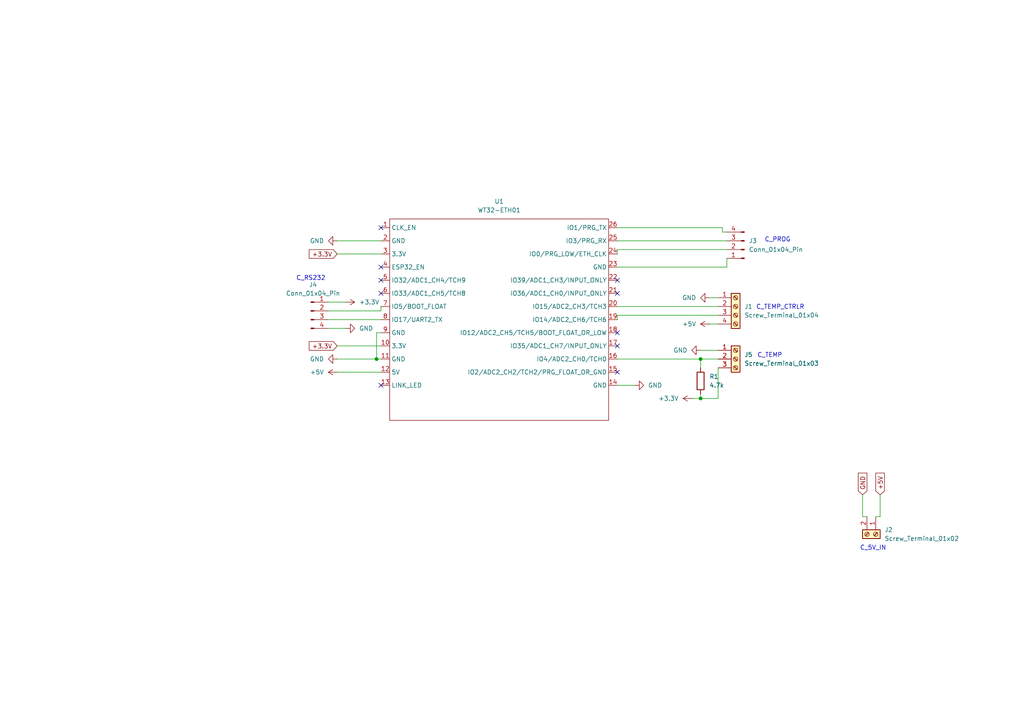
<source format=kicad_sch>
(kicad_sch
	(version 20231120)
	(generator "eeschema")
	(generator_version "8.0")
	(uuid "a8cb033d-8457-4cb2-ab8b-cae842f3f18d")
	(paper "A4")
	(title_block
		(title "SolarDataCollector")
		(date "2025-02-09")
		(rev "R1")
	)
	(lib_symbols
		(symbol "Connector:Conn_01x04_Pin"
			(pin_names
				(offset 1.016) hide)
			(exclude_from_sim no)
			(in_bom yes)
			(on_board yes)
			(property "Reference" "J"
				(at 0 5.08 0)
				(effects
					(font
						(size 1.27 1.27)
					)
				)
			)
			(property "Value" "Conn_01x04_Pin"
				(at 0 -7.62 0)
				(effects
					(font
						(size 1.27 1.27)
					)
				)
			)
			(property "Footprint" ""
				(at 0 0 0)
				(effects
					(font
						(size 1.27 1.27)
					)
					(hide yes)
				)
			)
			(property "Datasheet" "~"
				(at 0 0 0)
				(effects
					(font
						(size 1.27 1.27)
					)
					(hide yes)
				)
			)
			(property "Description" "Generic connector, single row, 01x04, script generated"
				(at 0 0 0)
				(effects
					(font
						(size 1.27 1.27)
					)
					(hide yes)
				)
			)
			(property "ki_locked" ""
				(at 0 0 0)
				(effects
					(font
						(size 1.27 1.27)
					)
				)
			)
			(property "ki_keywords" "connector"
				(at 0 0 0)
				(effects
					(font
						(size 1.27 1.27)
					)
					(hide yes)
				)
			)
			(property "ki_fp_filters" "Connector*:*_1x??_*"
				(at 0 0 0)
				(effects
					(font
						(size 1.27 1.27)
					)
					(hide yes)
				)
			)
			(symbol "Conn_01x04_Pin_1_1"
				(polyline
					(pts
						(xy 1.27 -5.08) (xy 0.8636 -5.08)
					)
					(stroke
						(width 0.1524)
						(type default)
					)
					(fill
						(type none)
					)
				)
				(polyline
					(pts
						(xy 1.27 -2.54) (xy 0.8636 -2.54)
					)
					(stroke
						(width 0.1524)
						(type default)
					)
					(fill
						(type none)
					)
				)
				(polyline
					(pts
						(xy 1.27 0) (xy 0.8636 0)
					)
					(stroke
						(width 0.1524)
						(type default)
					)
					(fill
						(type none)
					)
				)
				(polyline
					(pts
						(xy 1.27 2.54) (xy 0.8636 2.54)
					)
					(stroke
						(width 0.1524)
						(type default)
					)
					(fill
						(type none)
					)
				)
				(rectangle
					(start 0.8636 -4.953)
					(end 0 -5.207)
					(stroke
						(width 0.1524)
						(type default)
					)
					(fill
						(type outline)
					)
				)
				(rectangle
					(start 0.8636 -2.413)
					(end 0 -2.667)
					(stroke
						(width 0.1524)
						(type default)
					)
					(fill
						(type outline)
					)
				)
				(rectangle
					(start 0.8636 0.127)
					(end 0 -0.127)
					(stroke
						(width 0.1524)
						(type default)
					)
					(fill
						(type outline)
					)
				)
				(rectangle
					(start 0.8636 2.667)
					(end 0 2.413)
					(stroke
						(width 0.1524)
						(type default)
					)
					(fill
						(type outline)
					)
				)
				(pin passive line
					(at 5.08 2.54 180)
					(length 3.81)
					(name "Pin_1"
						(effects
							(font
								(size 1.27 1.27)
							)
						)
					)
					(number "1"
						(effects
							(font
								(size 1.27 1.27)
							)
						)
					)
				)
				(pin passive line
					(at 5.08 0 180)
					(length 3.81)
					(name "Pin_2"
						(effects
							(font
								(size 1.27 1.27)
							)
						)
					)
					(number "2"
						(effects
							(font
								(size 1.27 1.27)
							)
						)
					)
				)
				(pin passive line
					(at 5.08 -2.54 180)
					(length 3.81)
					(name "Pin_3"
						(effects
							(font
								(size 1.27 1.27)
							)
						)
					)
					(number "3"
						(effects
							(font
								(size 1.27 1.27)
							)
						)
					)
				)
				(pin passive line
					(at 5.08 -5.08 180)
					(length 3.81)
					(name "Pin_4"
						(effects
							(font
								(size 1.27 1.27)
							)
						)
					)
					(number "4"
						(effects
							(font
								(size 1.27 1.27)
							)
						)
					)
				)
			)
		)
		(symbol "Connector:Screw_Terminal_01x02"
			(pin_names
				(offset 1.016) hide)
			(exclude_from_sim no)
			(in_bom yes)
			(on_board yes)
			(property "Reference" "J"
				(at 0 2.54 0)
				(effects
					(font
						(size 1.27 1.27)
					)
				)
			)
			(property "Value" "Screw_Terminal_01x02"
				(at 0 -5.08 0)
				(effects
					(font
						(size 1.27 1.27)
					)
				)
			)
			(property "Footprint" ""
				(at 0 0 0)
				(effects
					(font
						(size 1.27 1.27)
					)
					(hide yes)
				)
			)
			(property "Datasheet" "~"
				(at 0 0 0)
				(effects
					(font
						(size 1.27 1.27)
					)
					(hide yes)
				)
			)
			(property "Description" "Generic screw terminal, single row, 01x02, script generated (kicad-library-utils/schlib/autogen/connector/)"
				(at 0 0 0)
				(effects
					(font
						(size 1.27 1.27)
					)
					(hide yes)
				)
			)
			(property "ki_keywords" "screw terminal"
				(at 0 0 0)
				(effects
					(font
						(size 1.27 1.27)
					)
					(hide yes)
				)
			)
			(property "ki_fp_filters" "TerminalBlock*:*"
				(at 0 0 0)
				(effects
					(font
						(size 1.27 1.27)
					)
					(hide yes)
				)
			)
			(symbol "Screw_Terminal_01x02_1_1"
				(rectangle
					(start -1.27 1.27)
					(end 1.27 -3.81)
					(stroke
						(width 0.254)
						(type default)
					)
					(fill
						(type background)
					)
				)
				(circle
					(center 0 -2.54)
					(radius 0.635)
					(stroke
						(width 0.1524)
						(type default)
					)
					(fill
						(type none)
					)
				)
				(polyline
					(pts
						(xy -0.5334 -2.2098) (xy 0.3302 -3.048)
					)
					(stroke
						(width 0.1524)
						(type default)
					)
					(fill
						(type none)
					)
				)
				(polyline
					(pts
						(xy -0.5334 0.3302) (xy 0.3302 -0.508)
					)
					(stroke
						(width 0.1524)
						(type default)
					)
					(fill
						(type none)
					)
				)
				(polyline
					(pts
						(xy -0.3556 -2.032) (xy 0.508 -2.8702)
					)
					(stroke
						(width 0.1524)
						(type default)
					)
					(fill
						(type none)
					)
				)
				(polyline
					(pts
						(xy -0.3556 0.508) (xy 0.508 -0.3302)
					)
					(stroke
						(width 0.1524)
						(type default)
					)
					(fill
						(type none)
					)
				)
				(circle
					(center 0 0)
					(radius 0.635)
					(stroke
						(width 0.1524)
						(type default)
					)
					(fill
						(type none)
					)
				)
				(pin passive line
					(at -5.08 0 0)
					(length 3.81)
					(name "Pin_1"
						(effects
							(font
								(size 1.27 1.27)
							)
						)
					)
					(number "1"
						(effects
							(font
								(size 1.27 1.27)
							)
						)
					)
				)
				(pin passive line
					(at -5.08 -2.54 0)
					(length 3.81)
					(name "Pin_2"
						(effects
							(font
								(size 1.27 1.27)
							)
						)
					)
					(number "2"
						(effects
							(font
								(size 1.27 1.27)
							)
						)
					)
				)
			)
		)
		(symbol "Connector:Screw_Terminal_01x03"
			(pin_names
				(offset 1.016) hide)
			(exclude_from_sim no)
			(in_bom yes)
			(on_board yes)
			(property "Reference" "J"
				(at 0 5.08 0)
				(effects
					(font
						(size 1.27 1.27)
					)
				)
			)
			(property "Value" "Screw_Terminal_01x03"
				(at 0 -5.08 0)
				(effects
					(font
						(size 1.27 1.27)
					)
				)
			)
			(property "Footprint" ""
				(at 0 0 0)
				(effects
					(font
						(size 1.27 1.27)
					)
					(hide yes)
				)
			)
			(property "Datasheet" "~"
				(at 0 0 0)
				(effects
					(font
						(size 1.27 1.27)
					)
					(hide yes)
				)
			)
			(property "Description" "Generic screw terminal, single row, 01x03, script generated (kicad-library-utils/schlib/autogen/connector/)"
				(at 0 0 0)
				(effects
					(font
						(size 1.27 1.27)
					)
					(hide yes)
				)
			)
			(property "ki_keywords" "screw terminal"
				(at 0 0 0)
				(effects
					(font
						(size 1.27 1.27)
					)
					(hide yes)
				)
			)
			(property "ki_fp_filters" "TerminalBlock*:*"
				(at 0 0 0)
				(effects
					(font
						(size 1.27 1.27)
					)
					(hide yes)
				)
			)
			(symbol "Screw_Terminal_01x03_1_1"
				(rectangle
					(start -1.27 3.81)
					(end 1.27 -3.81)
					(stroke
						(width 0.254)
						(type default)
					)
					(fill
						(type background)
					)
				)
				(circle
					(center 0 -2.54)
					(radius 0.635)
					(stroke
						(width 0.1524)
						(type default)
					)
					(fill
						(type none)
					)
				)
				(polyline
					(pts
						(xy -0.5334 -2.2098) (xy 0.3302 -3.048)
					)
					(stroke
						(width 0.1524)
						(type default)
					)
					(fill
						(type none)
					)
				)
				(polyline
					(pts
						(xy -0.5334 0.3302) (xy 0.3302 -0.508)
					)
					(stroke
						(width 0.1524)
						(type default)
					)
					(fill
						(type none)
					)
				)
				(polyline
					(pts
						(xy -0.5334 2.8702) (xy 0.3302 2.032)
					)
					(stroke
						(width 0.1524)
						(type default)
					)
					(fill
						(type none)
					)
				)
				(polyline
					(pts
						(xy -0.3556 -2.032) (xy 0.508 -2.8702)
					)
					(stroke
						(width 0.1524)
						(type default)
					)
					(fill
						(type none)
					)
				)
				(polyline
					(pts
						(xy -0.3556 0.508) (xy 0.508 -0.3302)
					)
					(stroke
						(width 0.1524)
						(type default)
					)
					(fill
						(type none)
					)
				)
				(polyline
					(pts
						(xy -0.3556 3.048) (xy 0.508 2.2098)
					)
					(stroke
						(width 0.1524)
						(type default)
					)
					(fill
						(type none)
					)
				)
				(circle
					(center 0 0)
					(radius 0.635)
					(stroke
						(width 0.1524)
						(type default)
					)
					(fill
						(type none)
					)
				)
				(circle
					(center 0 2.54)
					(radius 0.635)
					(stroke
						(width 0.1524)
						(type default)
					)
					(fill
						(type none)
					)
				)
				(pin passive line
					(at -5.08 2.54 0)
					(length 3.81)
					(name "Pin_1"
						(effects
							(font
								(size 1.27 1.27)
							)
						)
					)
					(number "1"
						(effects
							(font
								(size 1.27 1.27)
							)
						)
					)
				)
				(pin passive line
					(at -5.08 0 0)
					(length 3.81)
					(name "Pin_2"
						(effects
							(font
								(size 1.27 1.27)
							)
						)
					)
					(number "2"
						(effects
							(font
								(size 1.27 1.27)
							)
						)
					)
				)
				(pin passive line
					(at -5.08 -2.54 0)
					(length 3.81)
					(name "Pin_3"
						(effects
							(font
								(size 1.27 1.27)
							)
						)
					)
					(number "3"
						(effects
							(font
								(size 1.27 1.27)
							)
						)
					)
				)
			)
		)
		(symbol "Connector:Screw_Terminal_01x04"
			(pin_names
				(offset 1.016) hide)
			(exclude_from_sim no)
			(in_bom yes)
			(on_board yes)
			(property "Reference" "J"
				(at 0 5.08 0)
				(effects
					(font
						(size 1.27 1.27)
					)
				)
			)
			(property "Value" "Screw_Terminal_01x04"
				(at 0 -7.62 0)
				(effects
					(font
						(size 1.27 1.27)
					)
				)
			)
			(property "Footprint" ""
				(at 0 0 0)
				(effects
					(font
						(size 1.27 1.27)
					)
					(hide yes)
				)
			)
			(property "Datasheet" "~"
				(at 0 0 0)
				(effects
					(font
						(size 1.27 1.27)
					)
					(hide yes)
				)
			)
			(property "Description" "Generic screw terminal, single row, 01x04, script generated (kicad-library-utils/schlib/autogen/connector/)"
				(at 0 0 0)
				(effects
					(font
						(size 1.27 1.27)
					)
					(hide yes)
				)
			)
			(property "ki_keywords" "screw terminal"
				(at 0 0 0)
				(effects
					(font
						(size 1.27 1.27)
					)
					(hide yes)
				)
			)
			(property "ki_fp_filters" "TerminalBlock*:*"
				(at 0 0 0)
				(effects
					(font
						(size 1.27 1.27)
					)
					(hide yes)
				)
			)
			(symbol "Screw_Terminal_01x04_1_1"
				(rectangle
					(start -1.27 3.81)
					(end 1.27 -6.35)
					(stroke
						(width 0.254)
						(type default)
					)
					(fill
						(type background)
					)
				)
				(circle
					(center 0 -5.08)
					(radius 0.635)
					(stroke
						(width 0.1524)
						(type default)
					)
					(fill
						(type none)
					)
				)
				(circle
					(center 0 -2.54)
					(radius 0.635)
					(stroke
						(width 0.1524)
						(type default)
					)
					(fill
						(type none)
					)
				)
				(polyline
					(pts
						(xy -0.5334 -4.7498) (xy 0.3302 -5.588)
					)
					(stroke
						(width 0.1524)
						(type default)
					)
					(fill
						(type none)
					)
				)
				(polyline
					(pts
						(xy -0.5334 -2.2098) (xy 0.3302 -3.048)
					)
					(stroke
						(width 0.1524)
						(type default)
					)
					(fill
						(type none)
					)
				)
				(polyline
					(pts
						(xy -0.5334 0.3302) (xy 0.3302 -0.508)
					)
					(stroke
						(width 0.1524)
						(type default)
					)
					(fill
						(type none)
					)
				)
				(polyline
					(pts
						(xy -0.5334 2.8702) (xy 0.3302 2.032)
					)
					(stroke
						(width 0.1524)
						(type default)
					)
					(fill
						(type none)
					)
				)
				(polyline
					(pts
						(xy -0.3556 -4.572) (xy 0.508 -5.4102)
					)
					(stroke
						(width 0.1524)
						(type default)
					)
					(fill
						(type none)
					)
				)
				(polyline
					(pts
						(xy -0.3556 -2.032) (xy 0.508 -2.8702)
					)
					(stroke
						(width 0.1524)
						(type default)
					)
					(fill
						(type none)
					)
				)
				(polyline
					(pts
						(xy -0.3556 0.508) (xy 0.508 -0.3302)
					)
					(stroke
						(width 0.1524)
						(type default)
					)
					(fill
						(type none)
					)
				)
				(polyline
					(pts
						(xy -0.3556 3.048) (xy 0.508 2.2098)
					)
					(stroke
						(width 0.1524)
						(type default)
					)
					(fill
						(type none)
					)
				)
				(circle
					(center 0 0)
					(radius 0.635)
					(stroke
						(width 0.1524)
						(type default)
					)
					(fill
						(type none)
					)
				)
				(circle
					(center 0 2.54)
					(radius 0.635)
					(stroke
						(width 0.1524)
						(type default)
					)
					(fill
						(type none)
					)
				)
				(pin passive line
					(at -5.08 2.54 0)
					(length 3.81)
					(name "Pin_1"
						(effects
							(font
								(size 1.27 1.27)
							)
						)
					)
					(number "1"
						(effects
							(font
								(size 1.27 1.27)
							)
						)
					)
				)
				(pin passive line
					(at -5.08 0 0)
					(length 3.81)
					(name "Pin_2"
						(effects
							(font
								(size 1.27 1.27)
							)
						)
					)
					(number "2"
						(effects
							(font
								(size 1.27 1.27)
							)
						)
					)
				)
				(pin passive line
					(at -5.08 -2.54 0)
					(length 3.81)
					(name "Pin_3"
						(effects
							(font
								(size 1.27 1.27)
							)
						)
					)
					(number "3"
						(effects
							(font
								(size 1.27 1.27)
							)
						)
					)
				)
				(pin passive line
					(at -5.08 -5.08 0)
					(length 3.81)
					(name "Pin_4"
						(effects
							(font
								(size 1.27 1.27)
							)
						)
					)
					(number "4"
						(effects
							(font
								(size 1.27 1.27)
							)
						)
					)
				)
			)
		)
		(symbol "Device:R"
			(pin_numbers hide)
			(pin_names
				(offset 0)
			)
			(exclude_from_sim no)
			(in_bom yes)
			(on_board yes)
			(property "Reference" "R"
				(at 2.032 0 90)
				(effects
					(font
						(size 1.27 1.27)
					)
				)
			)
			(property "Value" "R"
				(at 0 0 90)
				(effects
					(font
						(size 1.27 1.27)
					)
				)
			)
			(property "Footprint" ""
				(at -1.778 0 90)
				(effects
					(font
						(size 1.27 1.27)
					)
					(hide yes)
				)
			)
			(property "Datasheet" "~"
				(at 0 0 0)
				(effects
					(font
						(size 1.27 1.27)
					)
					(hide yes)
				)
			)
			(property "Description" "Resistor"
				(at 0 0 0)
				(effects
					(font
						(size 1.27 1.27)
					)
					(hide yes)
				)
			)
			(property "ki_keywords" "R res resistor"
				(at 0 0 0)
				(effects
					(font
						(size 1.27 1.27)
					)
					(hide yes)
				)
			)
			(property "ki_fp_filters" "R_*"
				(at 0 0 0)
				(effects
					(font
						(size 1.27 1.27)
					)
					(hide yes)
				)
			)
			(symbol "R_0_1"
				(rectangle
					(start -1.016 -2.54)
					(end 1.016 2.54)
					(stroke
						(width 0.254)
						(type default)
					)
					(fill
						(type none)
					)
				)
			)
			(symbol "R_1_1"
				(pin passive line
					(at 0 3.81 270)
					(length 1.27)
					(name "~"
						(effects
							(font
								(size 1.27 1.27)
							)
						)
					)
					(number "1"
						(effects
							(font
								(size 1.27 1.27)
							)
						)
					)
				)
				(pin passive line
					(at 0 -3.81 90)
					(length 1.27)
					(name "~"
						(effects
							(font
								(size 1.27 1.27)
							)
						)
					)
					(number "2"
						(effects
							(font
								(size 1.27 1.27)
							)
						)
					)
				)
			)
		)
		(symbol "MCU_WT32-ETH01:WT32-ETH01"
			(exclude_from_sim no)
			(in_bom yes)
			(on_board yes)
			(property "Reference" "U"
				(at 0 -22.86 0)
				(effects
					(font
						(size 1.27 1.27)
					)
				)
			)
			(property "Value" "WT32-ETH01"
				(at 0 -25.4 0)
				(effects
					(font
						(size 1.27 1.27)
					)
				)
			)
			(property "Footprint" "WT32-ETH01:WT32-ETH01"
				(at 0 0 0)
				(effects
					(font
						(size 1.27 1.27)
					)
					(hide yes)
				)
			)
			(property "Datasheet" ""
				(at 0 0 0)
				(effects
					(font
						(size 1.27 1.27)
					)
					(hide yes)
				)
			)
			(property "Description" "An ESP32 Dev board with onboard ethernet. Produced by wireless-tag."
				(at 0 0 0)
				(effects
					(font
						(size 1.27 1.27)
					)
					(hide yes)
				)
			)
			(property "ki_keywords" "esp, esp32"
				(at 0 0 0)
				(effects
					(font
						(size 1.27 1.27)
					)
					(hide yes)
				)
			)
			(symbol "WT32-ETH01_0_1"
				(rectangle
					(start -31.75 29.21)
					(end 31.75 -29.21)
					(stroke
						(width 0)
						(type default)
					)
					(fill
						(type none)
					)
				)
			)
			(symbol "WT32-ETH01_1_1"
				(pin bidirectional line
					(at -34.29 26.67 0)
					(length 2.54)
					(name "CLK_EN"
						(effects
							(font
								(size 1.27 1.27)
							)
						)
					)
					(number "1"
						(effects
							(font
								(size 1.27 1.27)
							)
						)
					)
				)
				(pin power_out line
					(at -34.29 -7.62 0)
					(length 2.54)
					(name "3.3V"
						(effects
							(font
								(size 1.27 1.27)
							)
						)
					)
					(number "10"
						(effects
							(font
								(size 1.27 1.27)
							)
						)
					)
				)
				(pin power_in line
					(at -34.29 -11.43 0)
					(length 2.54)
					(name "GND"
						(effects
							(font
								(size 1.27 1.27)
							)
						)
					)
					(number "11"
						(effects
							(font
								(size 1.27 1.27)
							)
						)
					)
				)
				(pin power_in line
					(at -34.29 -15.24 0)
					(length 2.54)
					(name "5V"
						(effects
							(font
								(size 1.27 1.27)
							)
						)
					)
					(number "12"
						(effects
							(font
								(size 1.27 1.27)
							)
						)
					)
				)
				(pin output line
					(at -34.29 -19.05 0)
					(length 2.54)
					(name "LINK_LED"
						(effects
							(font
								(size 1.27 1.27)
							)
						)
					)
					(number "13"
						(effects
							(font
								(size 1.27 1.27)
							)
						)
					)
				)
				(pin power_in line
					(at 34.29 -19.05 180)
					(length 2.54)
					(name "GND"
						(effects
							(font
								(size 1.27 1.27)
							)
						)
					)
					(number "14"
						(effects
							(font
								(size 1.27 1.27)
							)
						)
					)
				)
				(pin bidirectional line
					(at 34.29 -15.24 180)
					(length 2.54)
					(name "IO2/ADC2_CH2/TCH2/PRG_FLOAT_OR_GND"
						(effects
							(font
								(size 1.27 1.27)
							)
						)
					)
					(number "15"
						(effects
							(font
								(size 1.27 1.27)
							)
						)
					)
				)
				(pin bidirectional line
					(at 34.29 -11.43 180)
					(length 2.54)
					(name "IO4/ADC2_CH0/TCH0"
						(effects
							(font
								(size 1.27 1.27)
							)
						)
					)
					(number "16"
						(effects
							(font
								(size 1.27 1.27)
							)
						)
					)
				)
				(pin input line
					(at 34.29 -7.62 180)
					(length 2.54)
					(name "IO35/ADC1_CH7/INPUT_ONLY"
						(effects
							(font
								(size 1.27 1.27)
							)
						)
					)
					(number "17"
						(effects
							(font
								(size 1.27 1.27)
							)
						)
					)
				)
				(pin bidirectional line
					(at 34.29 -3.81 180)
					(length 2.54)
					(name "IO12/ADC2_CH5/TCH5/BOOT_FLOAT_OR_LOW"
						(effects
							(font
								(size 1.27 1.27)
							)
						)
					)
					(number "18"
						(effects
							(font
								(size 1.27 1.27)
							)
						)
					)
				)
				(pin bidirectional line
					(at 34.29 0 180)
					(length 2.54)
					(name "IO14/ADC2_CH6/TCH6"
						(effects
							(font
								(size 1.27 1.27)
							)
						)
					)
					(number "19"
						(effects
							(font
								(size 1.27 1.27)
							)
						)
					)
				)
				(pin power_in line
					(at -34.29 22.86 0)
					(length 2.54)
					(name "GND"
						(effects
							(font
								(size 1.27 1.27)
							)
						)
					)
					(number "2"
						(effects
							(font
								(size 1.27 1.27)
							)
						)
					)
				)
				(pin bidirectional line
					(at 34.29 3.81 180)
					(length 2.54)
					(name "IO15/ADC2_CH3/TCH3"
						(effects
							(font
								(size 1.27 1.27)
							)
						)
					)
					(number "20"
						(effects
							(font
								(size 1.27 1.27)
							)
						)
					)
				)
				(pin input line
					(at 34.29 7.62 180)
					(length 2.54)
					(name "IO36/ADC1_CH0/INPUT_ONLY"
						(effects
							(font
								(size 1.27 1.27)
							)
						)
					)
					(number "21"
						(effects
							(font
								(size 1.27 1.27)
							)
						)
					)
				)
				(pin input line
					(at 34.29 11.43 180)
					(length 2.54)
					(name "IO39/ADC1_CH3/INPUT_ONLY"
						(effects
							(font
								(size 1.27 1.27)
							)
						)
					)
					(number "22"
						(effects
							(font
								(size 1.27 1.27)
							)
						)
					)
				)
				(pin power_in line
					(at 34.29 15.24 180)
					(length 2.54)
					(name "GND"
						(effects
							(font
								(size 1.27 1.27)
							)
						)
					)
					(number "23"
						(effects
							(font
								(size 1.27 1.27)
							)
						)
					)
				)
				(pin bidirectional line
					(at 34.29 19.05 180)
					(length 2.54)
					(name "IO0/PRG_LOW/ETH_CLK"
						(effects
							(font
								(size 1.27 1.27)
							)
						)
					)
					(number "24"
						(effects
							(font
								(size 1.27 1.27)
							)
						)
					)
				)
				(pin bidirectional line
					(at 34.29 22.86 180)
					(length 2.54)
					(name "IO3/PRG_RX"
						(effects
							(font
								(size 1.27 1.27)
							)
						)
					)
					(number "25"
						(effects
							(font
								(size 1.27 1.27)
							)
						)
					)
				)
				(pin bidirectional line
					(at 34.29 26.67 180)
					(length 2.54)
					(name "IO1/PRG_TX"
						(effects
							(font
								(size 1.27 1.27)
							)
						)
					)
					(number "26"
						(effects
							(font
								(size 1.27 1.27)
							)
						)
					)
				)
				(pin power_out line
					(at -34.29 19.05 0)
					(length 2.54)
					(name "3.3V"
						(effects
							(font
								(size 1.27 1.27)
							)
						)
					)
					(number "3"
						(effects
							(font
								(size 1.27 1.27)
							)
						)
					)
				)
				(pin bidirectional line
					(at -34.29 15.24 0)
					(length 2.54)
					(name "ESP32_EN"
						(effects
							(font
								(size 1.27 1.27)
							)
						)
					)
					(number "4"
						(effects
							(font
								(size 1.27 1.27)
							)
						)
					)
				)
				(pin bidirectional line
					(at -34.29 11.43 0)
					(length 2.54)
					(name "IO32/ADC1_CH4/TCH9"
						(effects
							(font
								(size 1.27 1.27)
							)
						)
					)
					(number "5"
						(effects
							(font
								(size 1.27 1.27)
							)
						)
					)
				)
				(pin bidirectional line
					(at -34.29 7.62 0)
					(length 2.54)
					(name "IO33/ADC1_CH5/TCH8"
						(effects
							(font
								(size 1.27 1.27)
							)
						)
					)
					(number "6"
						(effects
							(font
								(size 1.27 1.27)
							)
						)
					)
				)
				(pin bidirectional line
					(at -34.29 3.81 0)
					(length 2.54)
					(name "IO5/BOOT_FLOAT"
						(effects
							(font
								(size 1.27 1.27)
							)
						)
					)
					(number "7"
						(effects
							(font
								(size 1.27 1.27)
							)
						)
					)
				)
				(pin bidirectional line
					(at -34.29 0 0)
					(length 2.54)
					(name "IO17/UART2_TX"
						(effects
							(font
								(size 1.27 1.27)
							)
						)
					)
					(number "8"
						(effects
							(font
								(size 1.27 1.27)
							)
						)
					)
				)
				(pin power_in line
					(at -34.29 -3.81 0)
					(length 2.54)
					(name "GND"
						(effects
							(font
								(size 1.27 1.27)
							)
						)
					)
					(number "9"
						(effects
							(font
								(size 1.27 1.27)
							)
						)
					)
				)
			)
		)
		(symbol "power:+3.3V"
			(power)
			(pin_numbers hide)
			(pin_names
				(offset 0) hide)
			(exclude_from_sim no)
			(in_bom yes)
			(on_board yes)
			(property "Reference" "#PWR"
				(at 0 -3.81 0)
				(effects
					(font
						(size 1.27 1.27)
					)
					(hide yes)
				)
			)
			(property "Value" "+3.3V"
				(at 0 3.556 0)
				(effects
					(font
						(size 1.27 1.27)
					)
				)
			)
			(property "Footprint" ""
				(at 0 0 0)
				(effects
					(font
						(size 1.27 1.27)
					)
					(hide yes)
				)
			)
			(property "Datasheet" ""
				(at 0 0 0)
				(effects
					(font
						(size 1.27 1.27)
					)
					(hide yes)
				)
			)
			(property "Description" "Power symbol creates a global label with name \"+3.3V\""
				(at 0 0 0)
				(effects
					(font
						(size 1.27 1.27)
					)
					(hide yes)
				)
			)
			(property "ki_keywords" "global power"
				(at 0 0 0)
				(effects
					(font
						(size 1.27 1.27)
					)
					(hide yes)
				)
			)
			(symbol "+3.3V_0_1"
				(polyline
					(pts
						(xy -0.762 1.27) (xy 0 2.54)
					)
					(stroke
						(width 0)
						(type default)
					)
					(fill
						(type none)
					)
				)
				(polyline
					(pts
						(xy 0 0) (xy 0 2.54)
					)
					(stroke
						(width 0)
						(type default)
					)
					(fill
						(type none)
					)
				)
				(polyline
					(pts
						(xy 0 2.54) (xy 0.762 1.27)
					)
					(stroke
						(width 0)
						(type default)
					)
					(fill
						(type none)
					)
				)
			)
			(symbol "+3.3V_1_1"
				(pin power_in line
					(at 0 0 90)
					(length 0)
					(name "~"
						(effects
							(font
								(size 1.27 1.27)
							)
						)
					)
					(number "1"
						(effects
							(font
								(size 1.27 1.27)
							)
						)
					)
				)
			)
		)
		(symbol "power:+5V"
			(power)
			(pin_numbers hide)
			(pin_names
				(offset 0) hide)
			(exclude_from_sim no)
			(in_bom yes)
			(on_board yes)
			(property "Reference" "#PWR"
				(at 0 -3.81 0)
				(effects
					(font
						(size 1.27 1.27)
					)
					(hide yes)
				)
			)
			(property "Value" "+5V"
				(at 0 3.556 0)
				(effects
					(font
						(size 1.27 1.27)
					)
				)
			)
			(property "Footprint" ""
				(at 0 0 0)
				(effects
					(font
						(size 1.27 1.27)
					)
					(hide yes)
				)
			)
			(property "Datasheet" ""
				(at 0 0 0)
				(effects
					(font
						(size 1.27 1.27)
					)
					(hide yes)
				)
			)
			(property "Description" "Power symbol creates a global label with name \"+5V\""
				(at 0 0 0)
				(effects
					(font
						(size 1.27 1.27)
					)
					(hide yes)
				)
			)
			(property "ki_keywords" "global power"
				(at 0 0 0)
				(effects
					(font
						(size 1.27 1.27)
					)
					(hide yes)
				)
			)
			(symbol "+5V_0_1"
				(polyline
					(pts
						(xy -0.762 1.27) (xy 0 2.54)
					)
					(stroke
						(width 0)
						(type default)
					)
					(fill
						(type none)
					)
				)
				(polyline
					(pts
						(xy 0 0) (xy 0 2.54)
					)
					(stroke
						(width 0)
						(type default)
					)
					(fill
						(type none)
					)
				)
				(polyline
					(pts
						(xy 0 2.54) (xy 0.762 1.27)
					)
					(stroke
						(width 0)
						(type default)
					)
					(fill
						(type none)
					)
				)
			)
			(symbol "+5V_1_1"
				(pin power_in line
					(at 0 0 90)
					(length 0)
					(name "~"
						(effects
							(font
								(size 1.27 1.27)
							)
						)
					)
					(number "1"
						(effects
							(font
								(size 1.27 1.27)
							)
						)
					)
				)
			)
		)
		(symbol "power:GND"
			(power)
			(pin_numbers hide)
			(pin_names
				(offset 0) hide)
			(exclude_from_sim no)
			(in_bom yes)
			(on_board yes)
			(property "Reference" "#PWR"
				(at 0 -6.35 0)
				(effects
					(font
						(size 1.27 1.27)
					)
					(hide yes)
				)
			)
			(property "Value" "GND"
				(at 0 -3.81 0)
				(effects
					(font
						(size 1.27 1.27)
					)
				)
			)
			(property "Footprint" ""
				(at 0 0 0)
				(effects
					(font
						(size 1.27 1.27)
					)
					(hide yes)
				)
			)
			(property "Datasheet" ""
				(at 0 0 0)
				(effects
					(font
						(size 1.27 1.27)
					)
					(hide yes)
				)
			)
			(property "Description" "Power symbol creates a global label with name \"GND\" , ground"
				(at 0 0 0)
				(effects
					(font
						(size 1.27 1.27)
					)
					(hide yes)
				)
			)
			(property "ki_keywords" "global power"
				(at 0 0 0)
				(effects
					(font
						(size 1.27 1.27)
					)
					(hide yes)
				)
			)
			(symbol "GND_0_1"
				(polyline
					(pts
						(xy 0 0) (xy 0 -1.27) (xy 1.27 -1.27) (xy 0 -2.54) (xy -1.27 -1.27) (xy 0 -1.27)
					)
					(stroke
						(width 0)
						(type default)
					)
					(fill
						(type none)
					)
				)
			)
			(symbol "GND_1_1"
				(pin power_in line
					(at 0 0 270)
					(length 0)
					(name "~"
						(effects
							(font
								(size 1.27 1.27)
							)
						)
					)
					(number "1"
						(effects
							(font
								(size 1.27 1.27)
							)
						)
					)
				)
			)
		)
	)
	(junction
		(at 203.2 115.57)
		(diameter 0)
		(color 0 0 0 0)
		(uuid "2e04382e-0576-4874-a80a-3141072fadc9")
	)
	(junction
		(at 109.22 104.14)
		(diameter 0)
		(color 0 0 0 0)
		(uuid "a8366540-b3c5-4184-add0-d06491a49a05")
	)
	(junction
		(at 203.2 104.14)
		(diameter 0)
		(color 0 0 0 0)
		(uuid "b03c5dd4-ed7e-4d82-b5e7-50211663e074")
	)
	(no_connect
		(at 110.49 66.04)
		(uuid "07988e89-d90f-4bda-a0f4-92b1d6fd64cd")
	)
	(no_connect
		(at 110.49 81.28)
		(uuid "2890fe80-0e41-4dff-ab27-582fc430e953")
	)
	(no_connect
		(at 179.07 100.33)
		(uuid "3fc13b63-3eda-420f-95fb-af73fdf2a46c")
	)
	(no_connect
		(at 179.07 81.28)
		(uuid "6b169aa8-cd9c-4023-b4e8-84e91007ae3f")
	)
	(no_connect
		(at 110.49 85.09)
		(uuid "72f02625-741b-4b7e-b42f-3c36f474ba3f")
	)
	(no_connect
		(at 110.49 77.47)
		(uuid "7f168fb0-6708-4879-817f-9615eab6ab35")
	)
	(no_connect
		(at 179.07 85.09)
		(uuid "965379d7-8a62-45bf-9426-073cbcb670f2")
	)
	(no_connect
		(at 110.49 111.76)
		(uuid "e0d0b683-fc5a-4c5f-9d6e-778f1b186804")
	)
	(no_connect
		(at 179.07 107.95)
		(uuid "e3c43a16-3e88-407e-9458-884a5a4fad52")
	)
	(no_connect
		(at 179.07 96.52)
		(uuid "f0d7426d-d6c4-49cb-b6d9-3a39ae6c2c24")
	)
	(wire
		(pts
			(xy 110.49 90.17) (xy 95.25 90.17)
		)
		(stroke
			(width 0)
			(type default)
		)
		(uuid "0338e044-8ce1-41f8-9e7a-55bc066dd941")
	)
	(wire
		(pts
			(xy 179.07 104.14) (xy 203.2 104.14)
		)
		(stroke
			(width 0)
			(type default)
		)
		(uuid "07fe0c99-4c7b-41c6-969b-4b7b7f003185")
	)
	(wire
		(pts
			(xy 109.22 104.14) (xy 110.49 104.14)
		)
		(stroke
			(width 0)
			(type default)
		)
		(uuid "0a892b40-237a-40d4-83a2-3346d1932eda")
	)
	(wire
		(pts
			(xy 179.07 92.71) (xy 179.07 91.44)
		)
		(stroke
			(width 0)
			(type default)
		)
		(uuid "156248de-c554-4718-8d39-1e481a844aee")
	)
	(wire
		(pts
			(xy 179.07 72.39) (xy 179.07 73.66)
		)
		(stroke
			(width 0)
			(type default)
		)
		(uuid "16ac6726-c1dc-4c1a-88a2-5f691086ce44")
	)
	(wire
		(pts
			(xy 203.2 104.14) (xy 208.28 104.14)
		)
		(stroke
			(width 0)
			(type default)
		)
		(uuid "1a213a54-4a29-4240-a209-de89f7875eee")
	)
	(wire
		(pts
			(xy 179.07 72.39) (xy 210.82 72.39)
		)
		(stroke
			(width 0)
			(type default)
		)
		(uuid "202ea4bc-634a-4e78-8a83-93c71cfed581")
	)
	(wire
		(pts
			(xy 203.2 115.57) (xy 203.2 114.3)
		)
		(stroke
			(width 0)
			(type default)
		)
		(uuid "211c6404-4bd8-48fd-b78e-dc257c9a63db")
	)
	(wire
		(pts
			(xy 110.49 92.71) (xy 95.25 92.71)
		)
		(stroke
			(width 0)
			(type default)
		)
		(uuid "2b61cc00-e517-4b69-994f-4e91f2565804")
	)
	(wire
		(pts
			(xy 179.07 69.85) (xy 210.82 69.85)
		)
		(stroke
			(width 0)
			(type default)
		)
		(uuid "314eaaf1-e280-4c94-8630-da3de073cdcc")
	)
	(wire
		(pts
			(xy 97.79 100.33) (xy 110.49 100.33)
		)
		(stroke
			(width 0)
			(type default)
		)
		(uuid "366ed9fb-0314-47fb-8915-a50128817e61")
	)
	(wire
		(pts
			(xy 97.79 104.14) (xy 109.22 104.14)
		)
		(stroke
			(width 0)
			(type default)
		)
		(uuid "3c20fbc5-ee17-4987-b501-19bfdb97779a")
	)
	(wire
		(pts
			(xy 210.82 77.47) (xy 210.82 74.93)
		)
		(stroke
			(width 0)
			(type default)
		)
		(uuid "439261f1-60ed-4227-a04b-138603be76d8")
	)
	(wire
		(pts
			(xy 179.07 66.04) (xy 209.55 66.04)
		)
		(stroke
			(width 0)
			(type default)
		)
		(uuid "4e2355f7-28bc-4582-88c1-ba6085912a08")
	)
	(wire
		(pts
			(xy 203.2 104.14) (xy 203.2 106.68)
		)
		(stroke
			(width 0)
			(type default)
		)
		(uuid "51d03478-0f96-4156-8bf5-223de45db3a4")
	)
	(wire
		(pts
			(xy 179.07 91.44) (xy 208.28 91.44)
		)
		(stroke
			(width 0)
			(type default)
		)
		(uuid "58e84b8f-ba6a-469a-84c7-c5085f71d919")
	)
	(wire
		(pts
			(xy 205.74 93.98) (xy 208.28 93.98)
		)
		(stroke
			(width 0)
			(type default)
		)
		(uuid "6332bf6f-0a8a-46cd-95fa-a0256548255e")
	)
	(wire
		(pts
			(xy 209.55 67.31) (xy 209.55 66.04)
		)
		(stroke
			(width 0)
			(type default)
		)
		(uuid "65719ed8-e500-4209-a5f1-7d01f64aff1c")
	)
	(wire
		(pts
			(xy 95.25 95.25) (xy 100.33 95.25)
		)
		(stroke
			(width 0)
			(type default)
		)
		(uuid "658afb49-f42a-4ac7-a062-4c61f0f5327b")
	)
	(wire
		(pts
			(xy 97.79 107.95) (xy 110.49 107.95)
		)
		(stroke
			(width 0)
			(type default)
		)
		(uuid "6643b13b-6f72-4399-b6c0-67195cf6042f")
	)
	(wire
		(pts
			(xy 250.19 149.86) (xy 251.46 149.86)
		)
		(stroke
			(width 0)
			(type default)
		)
		(uuid "69352e37-c949-4b65-99e0-ef907fb8bc10")
	)
	(wire
		(pts
			(xy 97.79 73.66) (xy 110.49 73.66)
		)
		(stroke
			(width 0)
			(type default)
		)
		(uuid "6ed52b61-7d0c-4221-ae5c-1165d27b0bb9")
	)
	(wire
		(pts
			(xy 203.2 101.6) (xy 208.28 101.6)
		)
		(stroke
			(width 0)
			(type default)
		)
		(uuid "759e763c-3a18-4eea-a669-0fcf440461b7")
	)
	(wire
		(pts
			(xy 205.74 86.36) (xy 208.28 86.36)
		)
		(stroke
			(width 0)
			(type default)
		)
		(uuid "7a6c3da9-1115-4450-9b8e-825c89a3d20f")
	)
	(wire
		(pts
			(xy 110.49 96.52) (xy 109.22 96.52)
		)
		(stroke
			(width 0)
			(type default)
		)
		(uuid "821b6268-d8f6-445e-9675-04ce1ea8aca4")
	)
	(wire
		(pts
			(xy 110.49 90.17) (xy 110.49 88.9)
		)
		(stroke
			(width 0)
			(type default)
		)
		(uuid "9c59b1aa-9aea-411f-bd99-9b83ccffb70c")
	)
	(wire
		(pts
			(xy 208.28 115.57) (xy 203.2 115.57)
		)
		(stroke
			(width 0)
			(type default)
		)
		(uuid "ae61bc68-f5ae-4616-94f0-ad8c5f890d0c")
	)
	(wire
		(pts
			(xy 97.79 69.85) (xy 110.49 69.85)
		)
		(stroke
			(width 0)
			(type default)
		)
		(uuid "b96c4c44-48aa-4a0f-a262-37a1a75bccb4")
	)
	(wire
		(pts
			(xy 208.28 106.68) (xy 208.28 115.57)
		)
		(stroke
			(width 0)
			(type default)
		)
		(uuid "bda0008d-6345-46ce-a889-6135e723778f")
	)
	(wire
		(pts
			(xy 179.07 77.47) (xy 210.82 77.47)
		)
		(stroke
			(width 0)
			(type default)
		)
		(uuid "bfbb335d-67e7-45e0-ba15-6afaa6279d38")
	)
	(wire
		(pts
			(xy 255.27 149.86) (xy 254 149.86)
		)
		(stroke
			(width 0)
			(type default)
		)
		(uuid "c242d903-fdc4-499d-92ef-6c998e712521")
	)
	(wire
		(pts
			(xy 200.66 115.57) (xy 203.2 115.57)
		)
		(stroke
			(width 0)
			(type default)
		)
		(uuid "c4959399-2aa4-45b6-89b5-0338c5d0c7e1")
	)
	(wire
		(pts
			(xy 209.55 67.31) (xy 210.82 67.31)
		)
		(stroke
			(width 0)
			(type default)
		)
		(uuid "c9769db0-2c3e-4978-920d-73f295640b85")
	)
	(wire
		(pts
			(xy 250.19 143.51) (xy 250.19 149.86)
		)
		(stroke
			(width 0)
			(type default)
		)
		(uuid "db0c719a-6eec-4d4c-b0a1-fb13484341e0")
	)
	(wire
		(pts
			(xy 179.07 111.76) (xy 184.15 111.76)
		)
		(stroke
			(width 0)
			(type default)
		)
		(uuid "dbd15872-fce8-480c-9869-973cc8f2bf38")
	)
	(wire
		(pts
			(xy 95.25 87.63) (xy 100.33 87.63)
		)
		(stroke
			(width 0)
			(type default)
		)
		(uuid "dd00150b-565e-4d6e-80e0-8d5439d18d71")
	)
	(wire
		(pts
			(xy 255.27 143.51) (xy 255.27 149.86)
		)
		(stroke
			(width 0)
			(type default)
		)
		(uuid "e56a8bbf-cc0d-4be7-8b43-a70b53e5a542")
	)
	(wire
		(pts
			(xy 179.07 88.9) (xy 208.28 88.9)
		)
		(stroke
			(width 0)
			(type default)
		)
		(uuid "e6b13d76-5545-4498-8352-78b06baebbae")
	)
	(wire
		(pts
			(xy 109.22 96.52) (xy 109.22 104.14)
		)
		(stroke
			(width 0)
			(type default)
		)
		(uuid "f36d8277-f297-4c40-93d0-8b24c8b44659")
	)
	(text "C_RS232"
		(exclude_from_sim no)
		(at 90.17 80.772 0)
		(effects
			(font
				(size 1.27 1.27)
			)
		)
		(uuid "065b84dc-5ddc-4a98-89f0-3231f778ed3d")
	)
	(text "C_PROG"
		(exclude_from_sim no)
		(at 225.552 69.596 0)
		(effects
			(font
				(size 1.27 1.27)
			)
		)
		(uuid "3157020b-5051-4c96-a6d8-d30e51b53a5a")
	)
	(text "C_TEMP"
		(exclude_from_sim no)
		(at 223.266 103.124 0)
		(effects
			(font
				(size 1.27 1.27)
			)
		)
		(uuid "4d4a4761-be32-47f3-9be8-7c56d7d3485d")
	)
	(text "C_TEMP_CTRLR"
		(exclude_from_sim no)
		(at 226.314 89.154 0)
		(effects
			(font
				(size 1.27 1.27)
			)
		)
		(uuid "57cd89e9-29c4-4d09-94c0-110e2c32c052")
	)
	(text "C_5V_IN"
		(exclude_from_sim no)
		(at 253.238 159.004 0)
		(effects
			(font
				(size 1.27 1.27)
			)
		)
		(uuid "e9b31697-2c9b-4cc7-9707-7999f1d4086c")
	)
	(global_label "+5V"
		(shape input)
		(at 255.27 143.51 90)
		(fields_autoplaced yes)
		(effects
			(font
				(size 1.27 1.27)
			)
			(justify left)
		)
		(uuid "06027bc0-0dd7-46b4-92be-a741a3e85e98")
		(property "Intersheetrefs" "${INTERSHEET_REFS}"
			(at 255.27 136.6543 90)
			(effects
				(font
					(size 1.27 1.27)
				)
				(justify left)
				(hide yes)
			)
		)
	)
	(global_label "+3.3V"
		(shape input)
		(at 97.79 100.33 180)
		(fields_autoplaced yes)
		(effects
			(font
				(size 1.27 1.27)
			)
			(justify right)
		)
		(uuid "9fe011ac-1714-4518-8eba-315b952ba857")
		(property "Intersheetrefs" "${INTERSHEET_REFS}"
			(at 89.12 100.33 0)
			(effects
				(font
					(size 1.27 1.27)
				)
				(justify right)
				(hide yes)
			)
		)
	)
	(global_label "GND"
		(shape input)
		(at 250.19 143.51 90)
		(fields_autoplaced yes)
		(effects
			(font
				(size 1.27 1.27)
			)
			(justify left)
		)
		(uuid "afb436c2-1967-4b98-8ed9-e28311471429")
		(property "Intersheetrefs" "${INTERSHEET_REFS}"
			(at 250.19 136.6543 90)
			(effects
				(font
					(size 1.27 1.27)
				)
				(justify left)
				(hide yes)
			)
		)
	)
	(global_label "+3.3V"
		(shape input)
		(at 97.79 73.66 180)
		(fields_autoplaced yes)
		(effects
			(font
				(size 1.27 1.27)
			)
			(justify right)
		)
		(uuid "cc4c1c51-5fcb-4f9d-8ab5-4c7aea70cf8e")
		(property "Intersheetrefs" "${INTERSHEET_REFS}"
			(at 89.12 73.66 0)
			(effects
				(font
					(size 1.27 1.27)
				)
				(justify right)
				(hide yes)
			)
		)
	)
	(symbol
		(lib_id "MCU_WT32-ETH01:WT32-ETH01")
		(at 144.78 92.71 0)
		(unit 1)
		(exclude_from_sim no)
		(in_bom yes)
		(on_board yes)
		(dnp no)
		(fields_autoplaced yes)
		(uuid "007cf738-ba35-43bd-bf0b-83667ce7d4f7")
		(property "Reference" "U1"
			(at 144.78 58.42 0)
			(effects
				(font
					(size 1.27 1.27)
				)
			)
		)
		(property "Value" "WT32-ETH01"
			(at 144.78 60.96 0)
			(effects
				(font
					(size 1.27 1.27)
				)
			)
		)
		(property "Footprint" "WT32-ETH01:WT32-ETH01"
			(at 144.78 92.71 0)
			(effects
				(font
					(size 1.27 1.27)
				)
				(hide yes)
			)
		)
		(property "Datasheet" ""
			(at 144.78 92.71 0)
			(effects
				(font
					(size 1.27 1.27)
				)
				(hide yes)
			)
		)
		(property "Description" "An ESP32 Dev board with onboard ethernet. Produced by wireless-tag."
			(at 144.78 92.71 0)
			(effects
				(font
					(size 1.27 1.27)
				)
				(hide yes)
			)
		)
		(pin "8"
			(uuid "b9305bb3-e620-4af6-9a1f-a02c5ec7ea14")
		)
		(pin "9"
			(uuid "3a7123b3-5e44-4634-aa37-496201de9984")
		)
		(pin "12"
			(uuid "83659005-1d34-417f-92e0-f28ad0b0d188")
		)
		(pin "18"
			(uuid "29c2a1f6-765f-4544-8faa-88b5d8c49103")
		)
		(pin "17"
			(uuid "f4e5dc78-f31c-4852-bcd8-88095eac0e47")
		)
		(pin "3"
			(uuid "81d845e5-c1ec-480f-9219-0a6dad348f0c")
		)
		(pin "13"
			(uuid "f99917fb-9542-46c1-80ff-40afdea46e87")
		)
		(pin "6"
			(uuid "f6433d4a-e34c-4147-9a13-73aee4aea15c")
		)
		(pin "20"
			(uuid "836dff8d-84d9-4271-b44b-8e7fcd56f610")
		)
		(pin "5"
			(uuid "b942d88b-b6e1-4713-9d74-7afcd5d87123")
		)
		(pin "10"
			(uuid "772f8fe9-bb5e-4aed-83e3-dabacbf827a6")
		)
		(pin "11"
			(uuid "9c47285b-a6ca-440f-abcf-7b3f977ebccc")
		)
		(pin "26"
			(uuid "5f3e99d8-813e-4ab2-bf0d-299557af54ff")
		)
		(pin "1"
			(uuid "b64ef979-7143-4f66-ba42-1b9790d2ad76")
		)
		(pin "16"
			(uuid "262ac872-93ca-4e97-9d6a-b8ddc477fb61")
		)
		(pin "25"
			(uuid "4daa76ef-a204-407d-b3bd-d56126303fff")
		)
		(pin "19"
			(uuid "ed460860-dc09-4cb2-b90e-6aadf9753315")
		)
		(pin "15"
			(uuid "160239f4-3aa2-4329-83d2-fc66dd9a259c")
		)
		(pin "22"
			(uuid "d7e553e0-9c41-4ab5-a354-8e18d77c8c60")
		)
		(pin "2"
			(uuid "9880290a-b793-4245-8166-1e16f08d73ee")
		)
		(pin "14"
			(uuid "ab94357c-19dd-428a-89c1-5a58d12a24f4")
		)
		(pin "21"
			(uuid "159df6fc-fd63-4060-9b7d-5711fe019c06")
		)
		(pin "23"
			(uuid "37b7bfe0-85be-438e-81ea-9a51431016f6")
		)
		(pin "24"
			(uuid "87b44efa-c46d-4173-8e0c-5c8ccb6d1d5f")
		)
		(pin "7"
			(uuid "0655600b-2d9a-47b8-a1bc-e48c26dca526")
		)
		(pin "4"
			(uuid "26bcc205-5f38-474e-9592-260875f6dfbf")
		)
		(instances
			(project ""
				(path "/a8cb033d-8457-4cb2-ab8b-cae842f3f18d"
					(reference "U1")
					(unit 1)
				)
			)
		)
	)
	(symbol
		(lib_id "power:GND")
		(at 97.79 104.14 270)
		(unit 1)
		(exclude_from_sim no)
		(in_bom yes)
		(on_board yes)
		(dnp no)
		(fields_autoplaced yes)
		(uuid "0762ba3f-3abd-4452-a2dd-48e35598388c")
		(property "Reference" "#PWR01"
			(at 91.44 104.14 0)
			(effects
				(font
					(size 1.27 1.27)
				)
				(hide yes)
			)
		)
		(property "Value" "GND"
			(at 93.98 104.1399 90)
			(effects
				(font
					(size 1.27 1.27)
				)
				(justify right)
			)
		)
		(property "Footprint" ""
			(at 97.79 104.14 0)
			(effects
				(font
					(size 1.27 1.27)
				)
				(hide yes)
			)
		)
		(property "Datasheet" ""
			(at 97.79 104.14 0)
			(effects
				(font
					(size 1.27 1.27)
				)
				(hide yes)
			)
		)
		(property "Description" "Power symbol creates a global label with name \"GND\" , ground"
			(at 97.79 104.14 0)
			(effects
				(font
					(size 1.27 1.27)
				)
				(hide yes)
			)
		)
		(pin "1"
			(uuid "0310f34b-0413-4cca-865a-6ed91ee65694")
		)
		(instances
			(project ""
				(path "/a8cb033d-8457-4cb2-ab8b-cae842f3f18d"
					(reference "#PWR01")
					(unit 1)
				)
			)
		)
	)
	(symbol
		(lib_id "power:+5V")
		(at 97.79 107.95 90)
		(unit 1)
		(exclude_from_sim no)
		(in_bom yes)
		(on_board yes)
		(dnp no)
		(fields_autoplaced yes)
		(uuid "119c8af3-1987-4b76-995d-1b250d52c37f")
		(property "Reference" "#PWR06"
			(at 101.6 107.95 0)
			(effects
				(font
					(size 1.27 1.27)
				)
				(hide yes)
			)
		)
		(property "Value" "+5V"
			(at 93.98 107.9499 90)
			(effects
				(font
					(size 1.27 1.27)
				)
				(justify left)
			)
		)
		(property "Footprint" ""
			(at 97.79 107.95 0)
			(effects
				(font
					(size 1.27 1.27)
				)
				(hide yes)
			)
		)
		(property "Datasheet" ""
			(at 97.79 107.95 0)
			(effects
				(font
					(size 1.27 1.27)
				)
				(hide yes)
			)
		)
		(property "Description" "Power symbol creates a global label with name \"+5V\""
			(at 97.79 107.95 0)
			(effects
				(font
					(size 1.27 1.27)
				)
				(hide yes)
			)
		)
		(pin "1"
			(uuid "a15769c3-fb2a-499d-a51f-10c40788113c")
		)
		(instances
			(project ""
				(path "/a8cb033d-8457-4cb2-ab8b-cae842f3f18d"
					(reference "#PWR06")
					(unit 1)
				)
			)
		)
	)
	(symbol
		(lib_id "power:+3.3V")
		(at 100.33 87.63 270)
		(unit 1)
		(exclude_from_sim no)
		(in_bom yes)
		(on_board yes)
		(dnp no)
		(fields_autoplaced yes)
		(uuid "20982263-eadb-49db-8b5a-fb0287538182")
		(property "Reference" "#PWR07"
			(at 96.52 87.63 0)
			(effects
				(font
					(size 1.27 1.27)
				)
				(hide yes)
			)
		)
		(property "Value" "+3.3V"
			(at 104.14 87.6299 90)
			(effects
				(font
					(size 1.27 1.27)
				)
				(justify left)
			)
		)
		(property "Footprint" ""
			(at 100.33 87.63 0)
			(effects
				(font
					(size 1.27 1.27)
				)
				(hide yes)
			)
		)
		(property "Datasheet" ""
			(at 100.33 87.63 0)
			(effects
				(font
					(size 1.27 1.27)
				)
				(hide yes)
			)
		)
		(property "Description" "Power symbol creates a global label with name \"+3.3V\""
			(at 100.33 87.63 0)
			(effects
				(font
					(size 1.27 1.27)
				)
				(hide yes)
			)
		)
		(pin "1"
			(uuid "e9b0d09d-4de3-4d14-8e77-2004b31ebda4")
		)
		(instances
			(project ""
				(path "/a8cb033d-8457-4cb2-ab8b-cae842f3f18d"
					(reference "#PWR07")
					(unit 1)
				)
			)
		)
	)
	(symbol
		(lib_id "power:GND")
		(at 203.2 101.6 270)
		(unit 1)
		(exclude_from_sim no)
		(in_bom yes)
		(on_board yes)
		(dnp no)
		(fields_autoplaced yes)
		(uuid "259d6a94-cd96-48e2-9713-413e899fa5db")
		(property "Reference" "#PWR02"
			(at 196.85 101.6 0)
			(effects
				(font
					(size 1.27 1.27)
				)
				(hide yes)
			)
		)
		(property "Value" "GND"
			(at 199.39 101.5999 90)
			(effects
				(font
					(size 1.27 1.27)
				)
				(justify right)
			)
		)
		(property "Footprint" ""
			(at 203.2 101.6 0)
			(effects
				(font
					(size 1.27 1.27)
				)
				(hide yes)
			)
		)
		(property "Datasheet" ""
			(at 203.2 101.6 0)
			(effects
				(font
					(size 1.27 1.27)
				)
				(hide yes)
			)
		)
		(property "Description" "Power symbol creates a global label with name \"GND\" , ground"
			(at 203.2 101.6 0)
			(effects
				(font
					(size 1.27 1.27)
				)
				(hide yes)
			)
		)
		(pin "1"
			(uuid "7261638a-ac17-4dd6-b7ff-43d9590a7332")
		)
		(instances
			(project ""
				(path "/a8cb033d-8457-4cb2-ab8b-cae842f3f18d"
					(reference "#PWR02")
					(unit 1)
				)
			)
		)
	)
	(symbol
		(lib_id "Connector:Conn_01x04_Pin")
		(at 90.17 90.17 0)
		(unit 1)
		(exclude_from_sim no)
		(in_bom yes)
		(on_board yes)
		(dnp no)
		(fields_autoplaced yes)
		(uuid "54669f10-c492-4047-9f11-00b9f5481b99")
		(property "Reference" "J4"
			(at 90.805 82.55 0)
			(effects
				(font
					(size 1.27 1.27)
				)
			)
		)
		(property "Value" "Conn_01x04_Pin"
			(at 90.805 85.09 0)
			(effects
				(font
					(size 1.27 1.27)
				)
			)
		)
		(property "Footprint" ""
			(at 90.17 90.17 0)
			(effects
				(font
					(size 1.27 1.27)
				)
				(hide yes)
			)
		)
		(property "Datasheet" "~"
			(at 90.17 90.17 0)
			(effects
				(font
					(size 1.27 1.27)
				)
				(hide yes)
			)
		)
		(property "Description" "Generic connector, single row, 01x04, script generated"
			(at 90.17 90.17 0)
			(effects
				(font
					(size 1.27 1.27)
				)
				(hide yes)
			)
		)
		(pin "3"
			(uuid "54e7d517-135b-452a-ade2-f952210cb0ee")
		)
		(pin "4"
			(uuid "5811a523-77e1-40c1-8fc8-18a8fdb3d81a")
		)
		(pin "2"
			(uuid "84f0e209-08d6-47fa-8d2e-fcfcdfabf51d")
		)
		(pin "1"
			(uuid "7ab905a0-f0ab-4f12-a143-d70458dd9d95")
		)
		(instances
			(project ""
				(path "/a8cb033d-8457-4cb2-ab8b-cae842f3f18d"
					(reference "J4")
					(unit 1)
				)
			)
		)
	)
	(symbol
		(lib_id "Connector:Screw_Terminal_01x03")
		(at 213.36 104.14 0)
		(unit 1)
		(exclude_from_sim no)
		(in_bom yes)
		(on_board yes)
		(dnp no)
		(fields_autoplaced yes)
		(uuid "5a8a7c1c-2fcf-42d0-a9e5-a914269d4c32")
		(property "Reference" "J5"
			(at 215.9 102.8699 0)
			(effects
				(font
					(size 1.27 1.27)
				)
				(justify left)
			)
		)
		(property "Value" "Screw_Terminal_01x03"
			(at 215.9 105.4099 0)
			(effects
				(font
					(size 1.27 1.27)
				)
				(justify left)
			)
		)
		(property "Footprint" ""
			(at 213.36 104.14 0)
			(effects
				(font
					(size 1.27 1.27)
				)
				(hide yes)
			)
		)
		(property "Datasheet" "~"
			(at 213.36 104.14 0)
			(effects
				(font
					(size 1.27 1.27)
				)
				(hide yes)
			)
		)
		(property "Description" "Generic screw terminal, single row, 01x03, script generated (kicad-library-utils/schlib/autogen/connector/)"
			(at 213.36 104.14 0)
			(effects
				(font
					(size 1.27 1.27)
				)
				(hide yes)
			)
		)
		(pin "2"
			(uuid "2f1cd511-422b-4a6e-b4b5-5382cf26c19f")
		)
		(pin "3"
			(uuid "af756502-8ffe-4134-ab20-8180e32fd7ce")
		)
		(pin "1"
			(uuid "f34714fe-1b0f-4fd0-bc7b-eb93b6aee321")
		)
		(instances
			(project ""
				(path "/a8cb033d-8457-4cb2-ab8b-cae842f3f18d"
					(reference "J5")
					(unit 1)
				)
			)
		)
	)
	(symbol
		(lib_id "power:GND")
		(at 97.79 69.85 270)
		(unit 1)
		(exclude_from_sim no)
		(in_bom yes)
		(on_board yes)
		(dnp no)
		(fields_autoplaced yes)
		(uuid "67782337-61a5-421a-bd70-c6708e9a010f")
		(property "Reference" "#PWR09"
			(at 91.44 69.85 0)
			(effects
				(font
					(size 1.27 1.27)
				)
				(hide yes)
			)
		)
		(property "Value" "GND"
			(at 93.98 69.8499 90)
			(effects
				(font
					(size 1.27 1.27)
				)
				(justify right)
			)
		)
		(property "Footprint" ""
			(at 97.79 69.85 0)
			(effects
				(font
					(size 1.27 1.27)
				)
				(hide yes)
			)
		)
		(property "Datasheet" ""
			(at 97.79 69.85 0)
			(effects
				(font
					(size 1.27 1.27)
				)
				(hide yes)
			)
		)
		(property "Description" "Power symbol creates a global label with name \"GND\" , ground"
			(at 97.79 69.85 0)
			(effects
				(font
					(size 1.27 1.27)
				)
				(hide yes)
			)
		)
		(pin "1"
			(uuid "6a3b3339-9818-4aa9-8e51-3ef14d10e45a")
		)
		(instances
			(project ""
				(path "/a8cb033d-8457-4cb2-ab8b-cae842f3f18d"
					(reference "#PWR09")
					(unit 1)
				)
			)
		)
	)
	(symbol
		(lib_id "power:+5V")
		(at 205.74 93.98 90)
		(unit 1)
		(exclude_from_sim no)
		(in_bom yes)
		(on_board yes)
		(dnp no)
		(fields_autoplaced yes)
		(uuid "78b94ee8-7594-458e-b4c7-c167f2fdb226")
		(property "Reference" "#PWR04"
			(at 209.55 93.98 0)
			(effects
				(font
					(size 1.27 1.27)
				)
				(hide yes)
			)
		)
		(property "Value" "+5V"
			(at 201.93 93.9799 90)
			(effects
				(font
					(size 1.27 1.27)
				)
				(justify left)
			)
		)
		(property "Footprint" ""
			(at 205.74 93.98 0)
			(effects
				(font
					(size 1.27 1.27)
				)
				(hide yes)
			)
		)
		(property "Datasheet" ""
			(at 205.74 93.98 0)
			(effects
				(font
					(size 1.27 1.27)
				)
				(hide yes)
			)
		)
		(property "Description" "Power symbol creates a global label with name \"+5V\""
			(at 205.74 93.98 0)
			(effects
				(font
					(size 1.27 1.27)
				)
				(hide yes)
			)
		)
		(pin "1"
			(uuid "93d6bd3f-2365-4aed-817f-bccaed0cdb3e")
		)
		(instances
			(project ""
				(path "/a8cb033d-8457-4cb2-ab8b-cae842f3f18d"
					(reference "#PWR04")
					(unit 1)
				)
			)
		)
	)
	(symbol
		(lib_id "Connector:Screw_Terminal_01x04")
		(at 213.36 88.9 0)
		(unit 1)
		(exclude_from_sim no)
		(in_bom yes)
		(on_board yes)
		(dnp no)
		(fields_autoplaced yes)
		(uuid "7cb4d927-fbd5-433d-b165-9c48aa1e3a0d")
		(property "Reference" "J1"
			(at 215.9 88.8999 0)
			(effects
				(font
					(size 1.27 1.27)
				)
				(justify left)
			)
		)
		(property "Value" "Screw_Terminal_01x04"
			(at 215.9 91.4399 0)
			(effects
				(font
					(size 1.27 1.27)
				)
				(justify left)
			)
		)
		(property "Footprint" ""
			(at 213.36 88.9 0)
			(effects
				(font
					(size 1.27 1.27)
				)
				(hide yes)
			)
		)
		(property "Datasheet" "~"
			(at 213.36 88.9 0)
			(effects
				(font
					(size 1.27 1.27)
				)
				(hide yes)
			)
		)
		(property "Description" "Generic screw terminal, single row, 01x04, script generated (kicad-library-utils/schlib/autogen/connector/)"
			(at 213.36 88.9 0)
			(effects
				(font
					(size 1.27 1.27)
				)
				(hide yes)
			)
		)
		(pin "1"
			(uuid "bd1dd1b1-8719-4cb4-8898-0c89545cbaaa")
		)
		(pin "4"
			(uuid "035f302c-0747-4027-8605-dbab0b5d014b")
		)
		(pin "2"
			(uuid "dc3efc74-75a1-41d8-a446-5e7fd75263a9")
		)
		(pin "3"
			(uuid "2357ec36-d1bd-4ede-a63e-9e34df9d092c")
		)
		(instances
			(project ""
				(path "/a8cb033d-8457-4cb2-ab8b-cae842f3f18d"
					(reference "J1")
					(unit 1)
				)
			)
		)
	)
	(symbol
		(lib_id "power:+3.3V")
		(at 200.66 115.57 90)
		(unit 1)
		(exclude_from_sim no)
		(in_bom yes)
		(on_board yes)
		(dnp no)
		(fields_autoplaced yes)
		(uuid "9922f01f-7c1f-4553-8a3c-690bc6cb1fd1")
		(property "Reference" "#PWR05"
			(at 204.47 115.57 0)
			(effects
				(font
					(size 1.27 1.27)
				)
				(hide yes)
			)
		)
		(property "Value" "+3.3V"
			(at 196.85 115.5699 90)
			(effects
				(font
					(size 1.27 1.27)
				)
				(justify left)
			)
		)
		(property "Footprint" ""
			(at 200.66 115.57 0)
			(effects
				(font
					(size 1.27 1.27)
				)
				(hide yes)
			)
		)
		(property "Datasheet" ""
			(at 200.66 115.57 0)
			(effects
				(font
					(size 1.27 1.27)
				)
				(hide yes)
			)
		)
		(property "Description" "Power symbol creates a global label with name \"+3.3V\""
			(at 200.66 115.57 0)
			(effects
				(font
					(size 1.27 1.27)
				)
				(hide yes)
			)
		)
		(pin "1"
			(uuid "2b990313-b4a4-4e27-b31d-b249871d17ff")
		)
		(instances
			(project ""
				(path "/a8cb033d-8457-4cb2-ab8b-cae842f3f18d"
					(reference "#PWR05")
					(unit 1)
				)
			)
		)
	)
	(symbol
		(lib_id "power:GND")
		(at 184.15 111.76 90)
		(unit 1)
		(exclude_from_sim no)
		(in_bom yes)
		(on_board yes)
		(dnp no)
		(fields_autoplaced yes)
		(uuid "a29b451f-a420-44f9-907a-f846d1a64822")
		(property "Reference" "#PWR010"
			(at 190.5 111.76 0)
			(effects
				(font
					(size 1.27 1.27)
				)
				(hide yes)
			)
		)
		(property "Value" "GND"
			(at 187.96 111.7599 90)
			(effects
				(font
					(size 1.27 1.27)
				)
				(justify right)
			)
		)
		(property "Footprint" ""
			(at 184.15 111.76 0)
			(effects
				(font
					(size 1.27 1.27)
				)
				(hide yes)
			)
		)
		(property "Datasheet" ""
			(at 184.15 111.76 0)
			(effects
				(font
					(size 1.27 1.27)
				)
				(hide yes)
			)
		)
		(property "Description" "Power symbol creates a global label with name \"GND\" , ground"
			(at 184.15 111.76 0)
			(effects
				(font
					(size 1.27 1.27)
				)
				(hide yes)
			)
		)
		(pin "1"
			(uuid "f740d2b3-df26-41a6-8e04-ab4c4eda3243")
		)
		(instances
			(project ""
				(path "/a8cb033d-8457-4cb2-ab8b-cae842f3f18d"
					(reference "#PWR010")
					(unit 1)
				)
			)
		)
	)
	(symbol
		(lib_id "Connector:Screw_Terminal_01x02")
		(at 254 154.94 270)
		(unit 1)
		(exclude_from_sim no)
		(in_bom yes)
		(on_board yes)
		(dnp no)
		(fields_autoplaced yes)
		(uuid "a4b6cf01-122c-430d-96cc-cc97d50502ad")
		(property "Reference" "J2"
			(at 256.54 153.6699 90)
			(effects
				(font
					(size 1.27 1.27)
				)
				(justify left)
			)
		)
		(property "Value" "Screw_Terminal_01x02"
			(at 256.54 156.2099 90)
			(effects
				(font
					(size 1.27 1.27)
				)
				(justify left)
			)
		)
		(property "Footprint" ""
			(at 254 154.94 0)
			(effects
				(font
					(size 1.27 1.27)
				)
				(hide yes)
			)
		)
		(property "Datasheet" "~"
			(at 254 154.94 0)
			(effects
				(font
					(size 1.27 1.27)
				)
				(hide yes)
			)
		)
		(property "Description" "Generic screw terminal, single row, 01x02, script generated (kicad-library-utils/schlib/autogen/connector/)"
			(at 254 154.94 0)
			(effects
				(font
					(size 1.27 1.27)
				)
				(hide yes)
			)
		)
		(pin "1"
			(uuid "9ecedee4-5c69-4ac6-8337-457c4401ef65")
		)
		(pin "2"
			(uuid "0cf07aa3-7389-43b3-8628-bdba68e40e9c")
		)
		(instances
			(project ""
				(path "/a8cb033d-8457-4cb2-ab8b-cae842f3f18d"
					(reference "J2")
					(unit 1)
				)
			)
		)
	)
	(symbol
		(lib_id "Device:R")
		(at 203.2 110.49 0)
		(unit 1)
		(exclude_from_sim no)
		(in_bom yes)
		(on_board yes)
		(dnp no)
		(fields_autoplaced yes)
		(uuid "a7ac87dd-0083-4393-a285-6befcf51806b")
		(property "Reference" "R1"
			(at 205.74 109.2199 0)
			(effects
				(font
					(size 1.27 1.27)
				)
				(justify left)
			)
		)
		(property "Value" "4.7k"
			(at 205.74 111.7599 0)
			(effects
				(font
					(size 1.27 1.27)
				)
				(justify left)
			)
		)
		(property "Footprint" ""
			(at 201.422 110.49 90)
			(effects
				(font
					(size 1.27 1.27)
				)
				(hide yes)
			)
		)
		(property "Datasheet" "~"
			(at 203.2 110.49 0)
			(effects
				(font
					(size 1.27 1.27)
				)
				(hide yes)
			)
		)
		(property "Description" "Resistor"
			(at 203.2 110.49 0)
			(effects
				(font
					(size 1.27 1.27)
				)
				(hide yes)
			)
		)
		(pin "2"
			(uuid "1415645d-2d05-4163-a0c8-0ec9d9e820ca")
		)
		(pin "1"
			(uuid "763f5a36-4899-4718-8f7b-5bc8f839870b")
		)
		(instances
			(project ""
				(path "/a8cb033d-8457-4cb2-ab8b-cae842f3f18d"
					(reference "R1")
					(unit 1)
				)
			)
		)
	)
	(symbol
		(lib_id "power:GND")
		(at 205.74 86.36 270)
		(unit 1)
		(exclude_from_sim no)
		(in_bom yes)
		(on_board yes)
		(dnp no)
		(fields_autoplaced yes)
		(uuid "bd20ab35-7830-4a2d-ad99-8dc31c32bf2d")
		(property "Reference" "#PWR03"
			(at 199.39 86.36 0)
			(effects
				(font
					(size 1.27 1.27)
				)
				(hide yes)
			)
		)
		(property "Value" "GND"
			(at 201.93 86.3599 90)
			(effects
				(font
					(size 1.27 1.27)
				)
				(justify right)
			)
		)
		(property "Footprint" ""
			(at 205.74 86.36 0)
			(effects
				(font
					(size 1.27 1.27)
				)
				(hide yes)
			)
		)
		(property "Datasheet" ""
			(at 205.74 86.36 0)
			(effects
				(font
					(size 1.27 1.27)
				)
				(hide yes)
			)
		)
		(property "Description" "Power symbol creates a global label with name \"GND\" , ground"
			(at 205.74 86.36 0)
			(effects
				(font
					(size 1.27 1.27)
				)
				(hide yes)
			)
		)
		(pin "1"
			(uuid "d80f37b3-c946-4e7b-925a-c41f90b9adb8")
		)
		(instances
			(project ""
				(path "/a8cb033d-8457-4cb2-ab8b-cae842f3f18d"
					(reference "#PWR03")
					(unit 1)
				)
			)
		)
	)
	(symbol
		(lib_id "power:GND")
		(at 100.33 95.25 90)
		(unit 1)
		(exclude_from_sim no)
		(in_bom yes)
		(on_board yes)
		(dnp no)
		(fields_autoplaced yes)
		(uuid "cb6ffd63-e959-4c70-b1a8-e021334fb0be")
		(property "Reference" "#PWR08"
			(at 106.68 95.25 0)
			(effects
				(font
					(size 1.27 1.27)
				)
				(hide yes)
			)
		)
		(property "Value" "GND"
			(at 104.14 95.2499 90)
			(effects
				(font
					(size 1.27 1.27)
				)
				(justify right)
			)
		)
		(property "Footprint" ""
			(at 100.33 95.25 0)
			(effects
				(font
					(size 1.27 1.27)
				)
				(hide yes)
			)
		)
		(property "Datasheet" ""
			(at 100.33 95.25 0)
			(effects
				(font
					(size 1.27 1.27)
				)
				(hide yes)
			)
		)
		(property "Description" "Power symbol creates a global label with name \"GND\" , ground"
			(at 100.33 95.25 0)
			(effects
				(font
					(size 1.27 1.27)
				)
				(hide yes)
			)
		)
		(pin "1"
			(uuid "897b4359-8712-4460-ae04-03a099392d0d")
		)
		(instances
			(project ""
				(path "/a8cb033d-8457-4cb2-ab8b-cae842f3f18d"
					(reference "#PWR08")
					(unit 1)
				)
			)
		)
	)
	(symbol
		(lib_id "Connector:Conn_01x04_Pin")
		(at 215.9 72.39 180)
		(unit 1)
		(exclude_from_sim no)
		(in_bom yes)
		(on_board yes)
		(dnp no)
		(fields_autoplaced yes)
		(uuid "fd4b2954-0cc0-4dc4-a277-94d63524a36e")
		(property "Reference" "J3"
			(at 217.17 69.8499 0)
			(effects
				(font
					(size 1.27 1.27)
				)
				(justify right)
			)
		)
		(property "Value" "Conn_01x04_Pin"
			(at 217.17 72.3899 0)
			(effects
				(font
					(size 1.27 1.27)
				)
				(justify right)
			)
		)
		(property "Footprint" ""
			(at 215.9 72.39 0)
			(effects
				(font
					(size 1.27 1.27)
				)
				(hide yes)
			)
		)
		(property "Datasheet" "~"
			(at 215.9 72.39 0)
			(effects
				(font
					(size 1.27 1.27)
				)
				(hide yes)
			)
		)
		(property "Description" "Generic connector, single row, 01x04, script generated"
			(at 215.9 72.39 0)
			(effects
				(font
					(size 1.27 1.27)
				)
				(hide yes)
			)
		)
		(pin "3"
			(uuid "05a4a985-4ac3-4739-a072-6358ed193bde")
		)
		(pin "4"
			(uuid "99d59850-3405-415f-bb50-58fa4952a710")
		)
		(pin "2"
			(uuid "baf6b045-e7d4-4b7f-9083-c14c83ac48d4")
		)
		(pin "1"
			(uuid "489f8106-67a4-4588-8954-40f90658ea9d")
		)
		(instances
			(project ""
				(path "/a8cb033d-8457-4cb2-ab8b-cae842f3f18d"
					(reference "J3")
					(unit 1)
				)
			)
		)
	)
	(sheet_instances
		(path "/"
			(page "1")
		)
	)
)

</source>
